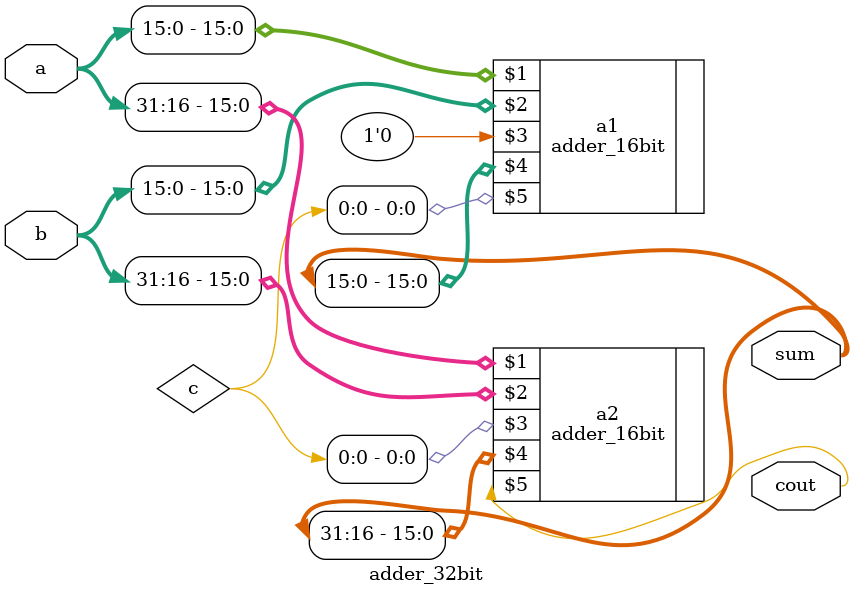
<source format=v>


`timescale 1ns / 1ps

module adder_32bit(
    input [31:0]a,
    input [31:0]b,
    output [31:0]sum,
    output cout
);
    wire [1:0]c;
    adder_16bit a1(a[15:0],b[15:0],1'b0,sum[15:0],c[0]);
    adder_16bit a2(a[31:16],b[31:16],c[0],sum[31:16],cout);
    
endmodule

</source>
